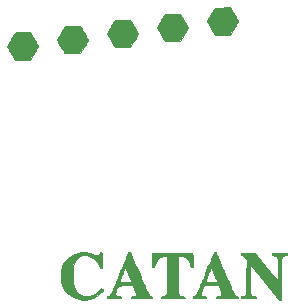
<source format=gbr>
G04 #@! TF.GenerationSoftware,KiCad,Pcbnew,5.1.5+dfsg1-2build2*
G04 #@! TF.CreationDate,2021-06-03T20:46:49-04:00*
G04 #@! TF.ProjectId,case_emblem,63617365-5f65-46d6-926c-656d2e6b6963,rev?*
G04 #@! TF.SameCoordinates,Original*
G04 #@! TF.FileFunction,Soldermask,Top*
G04 #@! TF.FilePolarity,Negative*
%FSLAX46Y46*%
G04 Gerber Fmt 4.6, Leading zero omitted, Abs format (unit mm)*
G04 Created by KiCad (PCBNEW 5.1.5+dfsg1-2build2) date 2021-06-03 20:46:49*
%MOMM*%
%LPD*%
G04 APERTURE LIST*
%ADD10C,0.010000*%
G04 APERTURE END LIST*
D10*
G36*
X-3915811Y-17311391D02*
G01*
X-3746236Y-17341878D01*
X-3557939Y-17391481D01*
X-3342288Y-17461755D01*
X-3341277Y-17462108D01*
X-3230835Y-17499471D01*
X-3130621Y-17531081D01*
X-3049204Y-17554405D01*
X-2995150Y-17566908D01*
X-2982063Y-17568329D01*
X-2907984Y-17548052D01*
X-2840101Y-17490747D01*
X-2784649Y-17401717D01*
X-2783642Y-17399501D01*
X-2756738Y-17345865D01*
X-2730373Y-17321582D01*
X-2689202Y-17316767D01*
X-2658026Y-17318588D01*
X-2571750Y-17324917D01*
X-2566157Y-17986375D01*
X-2560563Y-18647834D01*
X-2643693Y-18647834D01*
X-2684474Y-18646319D01*
X-2714090Y-18636888D01*
X-2740263Y-18612208D01*
X-2770712Y-18564946D01*
X-2813159Y-18487771D01*
X-2814122Y-18485987D01*
X-2963574Y-18237068D01*
X-3124252Y-18022426D01*
X-3294479Y-17843329D01*
X-3472581Y-17701045D01*
X-3656881Y-17596843D01*
X-3845705Y-17531992D01*
X-4037376Y-17507760D01*
X-4104482Y-17509090D01*
X-4291447Y-17539245D01*
X-4458821Y-17606864D01*
X-4606522Y-17711840D01*
X-4734468Y-17854066D01*
X-4842580Y-18033436D01*
X-4930775Y-18249845D01*
X-4998973Y-18503185D01*
X-5039096Y-18732500D01*
X-5051409Y-18854912D01*
X-5059377Y-19006951D01*
X-5063092Y-19177545D01*
X-5062642Y-19355622D01*
X-5058117Y-19530109D01*
X-5049608Y-19689934D01*
X-5037203Y-19824023D01*
X-5029827Y-19876385D01*
X-4972719Y-20145721D01*
X-4895592Y-20378040D01*
X-4797915Y-20573905D01*
X-4679159Y-20733880D01*
X-4538794Y-20858527D01*
X-4376290Y-20948410D01*
X-4191116Y-21004091D01*
X-3982744Y-21026134D01*
X-3947583Y-21026577D01*
X-3753820Y-21014501D01*
X-3570341Y-20976288D01*
X-3391857Y-20909446D01*
X-3213080Y-20811484D01*
X-3028722Y-20679910D01*
X-2833494Y-20512234D01*
X-2810504Y-20490895D01*
X-2647092Y-20338161D01*
X-2561796Y-20406706D01*
X-2513343Y-20448826D01*
X-2482440Y-20481805D01*
X-2476500Y-20493108D01*
X-2491290Y-20519412D01*
X-2531425Y-20567476D01*
X-2590556Y-20630996D01*
X-2662331Y-20703671D01*
X-2740400Y-20779199D01*
X-2818412Y-20851278D01*
X-2890017Y-20913605D01*
X-2941300Y-20954358D01*
X-3140694Y-21082019D01*
X-3358276Y-21185667D01*
X-3579315Y-21258603D01*
X-3642369Y-21273139D01*
X-3788122Y-21295320D01*
X-3957976Y-21308577D01*
X-4137503Y-21312770D01*
X-4312274Y-21307755D01*
X-4467862Y-21293390D01*
X-4537438Y-21281972D01*
X-4816253Y-21206063D01*
X-5073834Y-21094580D01*
X-5307855Y-20949806D01*
X-5515991Y-20774026D01*
X-5695917Y-20569527D01*
X-5845307Y-20338591D01*
X-5961835Y-20083505D01*
X-6043177Y-19806553D01*
X-6044296Y-19801417D01*
X-6064882Y-19669352D01*
X-6077421Y-19509317D01*
X-6081910Y-19334906D01*
X-6078346Y-19159711D01*
X-6066728Y-18997325D01*
X-6047052Y-18861340D01*
X-6044469Y-18848917D01*
X-5963723Y-18570826D01*
X-5845678Y-18312699D01*
X-5690123Y-18074148D01*
X-5514603Y-17872549D01*
X-5307682Y-17687441D01*
X-5088806Y-17540341D01*
X-4853806Y-17429393D01*
X-4598517Y-17352737D01*
X-4318770Y-17308518D01*
X-4233333Y-17301554D01*
X-4075299Y-17298468D01*
X-3915811Y-17311391D01*
G37*
X-3915811Y-17311391D02*
X-3746236Y-17341878D01*
X-3557939Y-17391481D01*
X-3342288Y-17461755D01*
X-3341277Y-17462108D01*
X-3230835Y-17499471D01*
X-3130621Y-17531081D01*
X-3049204Y-17554405D01*
X-2995150Y-17566908D01*
X-2982063Y-17568329D01*
X-2907984Y-17548052D01*
X-2840101Y-17490747D01*
X-2784649Y-17401717D01*
X-2783642Y-17399501D01*
X-2756738Y-17345865D01*
X-2730373Y-17321582D01*
X-2689202Y-17316767D01*
X-2658026Y-17318588D01*
X-2571750Y-17324917D01*
X-2566157Y-17986375D01*
X-2560563Y-18647834D01*
X-2643693Y-18647834D01*
X-2684474Y-18646319D01*
X-2714090Y-18636888D01*
X-2740263Y-18612208D01*
X-2770712Y-18564946D01*
X-2813159Y-18487771D01*
X-2814122Y-18485987D01*
X-2963574Y-18237068D01*
X-3124252Y-18022426D01*
X-3294479Y-17843329D01*
X-3472581Y-17701045D01*
X-3656881Y-17596843D01*
X-3845705Y-17531992D01*
X-4037376Y-17507760D01*
X-4104482Y-17509090D01*
X-4291447Y-17539245D01*
X-4458821Y-17606864D01*
X-4606522Y-17711840D01*
X-4734468Y-17854066D01*
X-4842580Y-18033436D01*
X-4930775Y-18249845D01*
X-4998973Y-18503185D01*
X-5039096Y-18732500D01*
X-5051409Y-18854912D01*
X-5059377Y-19006951D01*
X-5063092Y-19177545D01*
X-5062642Y-19355622D01*
X-5058117Y-19530109D01*
X-5049608Y-19689934D01*
X-5037203Y-19824023D01*
X-5029827Y-19876385D01*
X-4972719Y-20145721D01*
X-4895592Y-20378040D01*
X-4797915Y-20573905D01*
X-4679159Y-20733880D01*
X-4538794Y-20858527D01*
X-4376290Y-20948410D01*
X-4191116Y-21004091D01*
X-3982744Y-21026134D01*
X-3947583Y-21026577D01*
X-3753820Y-21014501D01*
X-3570341Y-20976288D01*
X-3391857Y-20909446D01*
X-3213080Y-20811484D01*
X-3028722Y-20679910D01*
X-2833494Y-20512234D01*
X-2810504Y-20490895D01*
X-2647092Y-20338161D01*
X-2561796Y-20406706D01*
X-2513343Y-20448826D01*
X-2482440Y-20481805D01*
X-2476500Y-20493108D01*
X-2491290Y-20519412D01*
X-2531425Y-20567476D01*
X-2590556Y-20630996D01*
X-2662331Y-20703671D01*
X-2740400Y-20779199D01*
X-2818412Y-20851278D01*
X-2890017Y-20913605D01*
X-2941300Y-20954358D01*
X-3140694Y-21082019D01*
X-3358276Y-21185667D01*
X-3579315Y-21258603D01*
X-3642369Y-21273139D01*
X-3788122Y-21295320D01*
X-3957976Y-21308577D01*
X-4137503Y-21312770D01*
X-4312274Y-21307755D01*
X-4467862Y-21293390D01*
X-4537438Y-21281972D01*
X-4816253Y-21206063D01*
X-5073834Y-21094580D01*
X-5307855Y-20949806D01*
X-5515991Y-20774026D01*
X-5695917Y-20569527D01*
X-5845307Y-20338591D01*
X-5961835Y-20083505D01*
X-6043177Y-19806553D01*
X-6044296Y-19801417D01*
X-6064882Y-19669352D01*
X-6077421Y-19509317D01*
X-6081910Y-19334906D01*
X-6078346Y-19159711D01*
X-6066728Y-18997325D01*
X-6047052Y-18861340D01*
X-6044469Y-18848917D01*
X-5963723Y-18570826D01*
X-5845678Y-18312699D01*
X-5690123Y-18074148D01*
X-5514603Y-17872549D01*
X-5307682Y-17687441D01*
X-5088806Y-17540341D01*
X-4853806Y-17429393D01*
X-4598517Y-17352737D01*
X-4318770Y-17308518D01*
X-4233333Y-17301554D01*
X-4075299Y-17298468D01*
X-3915811Y-17311391D01*
G36*
X11339042Y-18569483D02*
G01*
X12308417Y-19761133D01*
X12313933Y-18842452D01*
X12314881Y-18593288D01*
X12314569Y-18376271D01*
X12313027Y-18193207D01*
X12310283Y-18045898D01*
X12306367Y-17936150D01*
X12301309Y-17865766D01*
X12297501Y-17842265D01*
X12249850Y-17734469D01*
X12170836Y-17651912D01*
X12058753Y-17593338D01*
X11911898Y-17557491D01*
X11910749Y-17557318D01*
X11850676Y-17546692D01*
X11821412Y-17531358D01*
X11811875Y-17500514D01*
X11811000Y-17460097D01*
X11811000Y-17377834D01*
X13038667Y-17377834D01*
X13038667Y-17541382D01*
X12909971Y-17568693D01*
X12778712Y-17608900D01*
X12685495Y-17666051D01*
X12629272Y-17740841D01*
X12621820Y-17759566D01*
X12616915Y-17785677D01*
X12612594Y-17835071D01*
X12608829Y-17909693D01*
X12605592Y-18011489D01*
X12602854Y-18142403D01*
X12600586Y-18304379D01*
X12598761Y-18499362D01*
X12597350Y-18729298D01*
X12596325Y-18996129D01*
X12595657Y-19301802D01*
X12595362Y-19573875D01*
X12594167Y-21314834D01*
X12504209Y-21314430D01*
X12414250Y-21314027D01*
X9916584Y-18272137D01*
X9910694Y-19407194D01*
X9909593Y-19710936D01*
X9909666Y-19973023D01*
X9910922Y-20194115D01*
X9913370Y-20374873D01*
X9917020Y-20515960D01*
X9921881Y-20618037D01*
X9927963Y-20681765D01*
X9928619Y-20685937D01*
X9954561Y-20794603D01*
X9995597Y-20877453D01*
X10057870Y-20939825D01*
X10147523Y-20987056D01*
X10270702Y-21024486D01*
X10334625Y-21038715D01*
X10402606Y-21053950D01*
X10438946Y-21069002D01*
X10453551Y-21091820D01*
X10456325Y-21130357D01*
X10456334Y-21136418D01*
X10456334Y-21209000D01*
X9144000Y-21209000D01*
X9144000Y-21135320D01*
X9149031Y-21083684D01*
X9170872Y-21058914D01*
X9202209Y-21049432D01*
X9335067Y-21019811D01*
X9432849Y-20992773D01*
X9502400Y-20964990D01*
X9550561Y-20933135D01*
X9584177Y-20893879D01*
X9606043Y-20853053D01*
X9613118Y-20834217D01*
X9619233Y-20809059D01*
X9624477Y-20774461D01*
X9628935Y-20727303D01*
X9632694Y-20664468D01*
X9635841Y-20582836D01*
X9638462Y-20479288D01*
X9640644Y-20350707D01*
X9642474Y-20193972D01*
X9644039Y-20005966D01*
X9645425Y-19783570D01*
X9646719Y-19523666D01*
X9647418Y-19364525D01*
X9653420Y-17953967D01*
X9524226Y-17805334D01*
X9428219Y-17702368D01*
X9340265Y-17622502D01*
X9265214Y-17569611D01*
X9207919Y-17547572D01*
X9201071Y-17547167D01*
X9176971Y-17536966D01*
X9166538Y-17500050D01*
X9165167Y-17462500D01*
X9165167Y-17377834D01*
X10369668Y-17377834D01*
X11339042Y-18569483D01*
G37*
X11339042Y-18569483D02*
X12308417Y-19761133D01*
X12313933Y-18842452D01*
X12314881Y-18593288D01*
X12314569Y-18376271D01*
X12313027Y-18193207D01*
X12310283Y-18045898D01*
X12306367Y-17936150D01*
X12301309Y-17865766D01*
X12297501Y-17842265D01*
X12249850Y-17734469D01*
X12170836Y-17651912D01*
X12058753Y-17593338D01*
X11911898Y-17557491D01*
X11910749Y-17557318D01*
X11850676Y-17546692D01*
X11821412Y-17531358D01*
X11811875Y-17500514D01*
X11811000Y-17460097D01*
X11811000Y-17377834D01*
X13038667Y-17377834D01*
X13038667Y-17541382D01*
X12909971Y-17568693D01*
X12778712Y-17608900D01*
X12685495Y-17666051D01*
X12629272Y-17740841D01*
X12621820Y-17759566D01*
X12616915Y-17785677D01*
X12612594Y-17835071D01*
X12608829Y-17909693D01*
X12605592Y-18011489D01*
X12602854Y-18142403D01*
X12600586Y-18304379D01*
X12598761Y-18499362D01*
X12597350Y-18729298D01*
X12596325Y-18996129D01*
X12595657Y-19301802D01*
X12595362Y-19573875D01*
X12594167Y-21314834D01*
X12504209Y-21314430D01*
X12414250Y-21314027D01*
X9916584Y-18272137D01*
X9910694Y-19407194D01*
X9909593Y-19710936D01*
X9909666Y-19973023D01*
X9910922Y-20194115D01*
X9913370Y-20374873D01*
X9917020Y-20515960D01*
X9921881Y-20618037D01*
X9927963Y-20681765D01*
X9928619Y-20685937D01*
X9954561Y-20794603D01*
X9995597Y-20877453D01*
X10057870Y-20939825D01*
X10147523Y-20987056D01*
X10270702Y-21024486D01*
X10334625Y-21038715D01*
X10402606Y-21053950D01*
X10438946Y-21069002D01*
X10453551Y-21091820D01*
X10456325Y-21130357D01*
X10456334Y-21136418D01*
X10456334Y-21209000D01*
X9144000Y-21209000D01*
X9144000Y-21135320D01*
X9149031Y-21083684D01*
X9170872Y-21058914D01*
X9202209Y-21049432D01*
X9335067Y-21019811D01*
X9432849Y-20992773D01*
X9502400Y-20964990D01*
X9550561Y-20933135D01*
X9584177Y-20893879D01*
X9606043Y-20853053D01*
X9613118Y-20834217D01*
X9619233Y-20809059D01*
X9624477Y-20774461D01*
X9628935Y-20727303D01*
X9632694Y-20664468D01*
X9635841Y-20582836D01*
X9638462Y-20479288D01*
X9640644Y-20350707D01*
X9642474Y-20193972D01*
X9644039Y-20005966D01*
X9645425Y-19783570D01*
X9646719Y-19523666D01*
X9647418Y-19364525D01*
X9653420Y-17953967D01*
X9524226Y-17805334D01*
X9428219Y-17702368D01*
X9340265Y-17622502D01*
X9265214Y-17569611D01*
X9207919Y-17547572D01*
X9201071Y-17547167D01*
X9176971Y-17536966D01*
X9166538Y-17500050D01*
X9165167Y-17462500D01*
X9165167Y-17377834D01*
X10369668Y-17377834D01*
X11339042Y-18569483D01*
G36*
X-233062Y-17298480D02*
G01*
X-196743Y-17319625D01*
X-185474Y-17342927D01*
X-159084Y-17402187D01*
X-118882Y-17494347D01*
X-66178Y-17616351D01*
X-2280Y-17765141D01*
X71500Y-17937661D01*
X153855Y-18130853D01*
X243474Y-18341660D01*
X339048Y-18567026D01*
X439268Y-18803893D01*
X453821Y-18838334D01*
X595718Y-19174020D01*
X722332Y-19472886D01*
X834784Y-19737135D01*
X934195Y-19968972D01*
X1021686Y-20170601D01*
X1098377Y-20344228D01*
X1165388Y-20492057D01*
X1223841Y-20616293D01*
X1274856Y-20719141D01*
X1319555Y-20802805D01*
X1359057Y-20869489D01*
X1394483Y-20921400D01*
X1426955Y-20960741D01*
X1457592Y-20989717D01*
X1487516Y-21010533D01*
X1517847Y-21025393D01*
X1549707Y-21036503D01*
X1574805Y-21043573D01*
X1633903Y-21061855D01*
X1662511Y-21082150D01*
X1671560Y-21115207D01*
X1672167Y-21139307D01*
X1672167Y-21209000D01*
X-169333Y-21209000D01*
X-169333Y-21135320D01*
X-167621Y-21097301D01*
X-157362Y-21072048D01*
X-130876Y-21055766D01*
X-80480Y-21044657D01*
X1508Y-21034924D01*
X42033Y-21030847D01*
X141908Y-21013088D01*
X212171Y-20980143D01*
X254104Y-20928212D01*
X268988Y-20853492D01*
X258103Y-20752182D01*
X222732Y-20620478D01*
X201612Y-20557280D01*
X164185Y-20452821D01*
X125262Y-20349240D01*
X90629Y-20261723D01*
X74658Y-20224018D01*
X23216Y-20107700D01*
X-606532Y-20113309D01*
X-1236280Y-20118917D01*
X-1317088Y-20330584D01*
X-1357016Y-20438041D01*
X-1396700Y-20549685D01*
X-1430033Y-20648142D01*
X-1442566Y-20687506D01*
X-1465277Y-20765133D01*
X-1475158Y-20816052D01*
X-1472892Y-20853672D01*
X-1459160Y-20891404D01*
X-1453556Y-20903391D01*
X-1423820Y-20949920D01*
X-1380099Y-20981134D01*
X-1309346Y-21006843D01*
X-1238436Y-21025615D01*
X-1178287Y-21037633D01*
X-1155033Y-21039956D01*
X-1077630Y-21047383D01*
X-1033903Y-21071630D01*
X-1016919Y-21117553D01*
X-1016000Y-21137386D01*
X-1016000Y-21209000D01*
X-2182722Y-21209000D01*
X-2176153Y-21130301D01*
X-2167407Y-21077333D01*
X-2144018Y-21050184D01*
X-2092479Y-21033485D01*
X-2090689Y-21033063D01*
X-1991508Y-20988625D01*
X-1896879Y-20902840D01*
X-1806515Y-20775399D01*
X-1749524Y-20669250D01*
X-1726834Y-20619374D01*
X-1689771Y-20533679D01*
X-1639766Y-20415622D01*
X-1578248Y-20268657D01*
X-1506646Y-20096240D01*
X-1426390Y-19901827D01*
X-1396392Y-19828802D01*
X-1117302Y-19828802D01*
X-1109122Y-19837654D01*
X-1087277Y-19844194D01*
X-1046989Y-19848767D01*
X-983483Y-19851722D01*
X-891979Y-19853404D01*
X-767701Y-19854159D01*
X-605872Y-19854333D01*
X-605719Y-19854334D01*
X-462239Y-19853744D01*
X-333878Y-19852088D01*
X-226348Y-19849531D01*
X-145358Y-19846239D01*
X-96622Y-19842379D01*
X-84666Y-19839148D01*
X-92427Y-19816177D01*
X-114170Y-19760460D01*
X-147586Y-19677515D01*
X-190366Y-19572863D01*
X-240202Y-19452023D01*
X-294784Y-19320514D01*
X-351804Y-19183857D01*
X-408952Y-19047570D01*
X-463919Y-18917174D01*
X-514398Y-18798188D01*
X-558078Y-18696132D01*
X-592651Y-18616526D01*
X-615809Y-18564889D01*
X-625241Y-18546740D01*
X-625283Y-18546765D01*
X-634288Y-18567508D01*
X-656200Y-18622034D01*
X-688795Y-18704592D01*
X-729849Y-18809429D01*
X-777137Y-18930792D01*
X-828434Y-19062930D01*
X-881517Y-19200089D01*
X-934160Y-19336517D01*
X-984139Y-19466462D01*
X-1029230Y-19584171D01*
X-1067209Y-19683892D01*
X-1095850Y-19759872D01*
X-1112929Y-19806359D01*
X-1116594Y-19817292D01*
X-1117302Y-19828802D01*
X-1396392Y-19828802D01*
X-1338909Y-19688871D01*
X-1245634Y-19460830D01*
X-1147994Y-19221158D01*
X-1047418Y-18973311D01*
X-1027050Y-18923000D01*
X-928100Y-18678623D01*
X-833444Y-18445121D01*
X-744322Y-18225539D01*
X-661976Y-18022923D01*
X-587647Y-17840318D01*
X-522576Y-17680770D01*
X-468004Y-17547324D01*
X-425173Y-17443025D01*
X-395323Y-17370919D01*
X-379696Y-17334052D01*
X-377910Y-17330209D01*
X-343641Y-17304184D01*
X-288868Y-17293228D01*
X-233062Y-17298480D01*
G37*
X-233062Y-17298480D02*
X-196743Y-17319625D01*
X-185474Y-17342927D01*
X-159084Y-17402187D01*
X-118882Y-17494347D01*
X-66178Y-17616351D01*
X-2280Y-17765141D01*
X71500Y-17937661D01*
X153855Y-18130853D01*
X243474Y-18341660D01*
X339048Y-18567026D01*
X439268Y-18803893D01*
X453821Y-18838334D01*
X595718Y-19174020D01*
X722332Y-19472886D01*
X834784Y-19737135D01*
X934195Y-19968972D01*
X1021686Y-20170601D01*
X1098377Y-20344228D01*
X1165388Y-20492057D01*
X1223841Y-20616293D01*
X1274856Y-20719141D01*
X1319555Y-20802805D01*
X1359057Y-20869489D01*
X1394483Y-20921400D01*
X1426955Y-20960741D01*
X1457592Y-20989717D01*
X1487516Y-21010533D01*
X1517847Y-21025393D01*
X1549707Y-21036503D01*
X1574805Y-21043573D01*
X1633903Y-21061855D01*
X1662511Y-21082150D01*
X1671560Y-21115207D01*
X1672167Y-21139307D01*
X1672167Y-21209000D01*
X-169333Y-21209000D01*
X-169333Y-21135320D01*
X-167621Y-21097301D01*
X-157362Y-21072048D01*
X-130876Y-21055766D01*
X-80480Y-21044657D01*
X1508Y-21034924D01*
X42033Y-21030847D01*
X141908Y-21013088D01*
X212171Y-20980143D01*
X254104Y-20928212D01*
X268988Y-20853492D01*
X258103Y-20752182D01*
X222732Y-20620478D01*
X201612Y-20557280D01*
X164185Y-20452821D01*
X125262Y-20349240D01*
X90629Y-20261723D01*
X74658Y-20224018D01*
X23216Y-20107700D01*
X-606532Y-20113309D01*
X-1236280Y-20118917D01*
X-1317088Y-20330584D01*
X-1357016Y-20438041D01*
X-1396700Y-20549685D01*
X-1430033Y-20648142D01*
X-1442566Y-20687506D01*
X-1465277Y-20765133D01*
X-1475158Y-20816052D01*
X-1472892Y-20853672D01*
X-1459160Y-20891404D01*
X-1453556Y-20903391D01*
X-1423820Y-20949920D01*
X-1380099Y-20981134D01*
X-1309346Y-21006843D01*
X-1238436Y-21025615D01*
X-1178287Y-21037633D01*
X-1155033Y-21039956D01*
X-1077630Y-21047383D01*
X-1033903Y-21071630D01*
X-1016919Y-21117553D01*
X-1016000Y-21137386D01*
X-1016000Y-21209000D01*
X-2182722Y-21209000D01*
X-2176153Y-21130301D01*
X-2167407Y-21077333D01*
X-2144018Y-21050184D01*
X-2092479Y-21033485D01*
X-2090689Y-21033063D01*
X-1991508Y-20988625D01*
X-1896879Y-20902840D01*
X-1806515Y-20775399D01*
X-1749524Y-20669250D01*
X-1726834Y-20619374D01*
X-1689771Y-20533679D01*
X-1639766Y-20415622D01*
X-1578248Y-20268657D01*
X-1506646Y-20096240D01*
X-1426390Y-19901827D01*
X-1396392Y-19828802D01*
X-1117302Y-19828802D01*
X-1109122Y-19837654D01*
X-1087277Y-19844194D01*
X-1046989Y-19848767D01*
X-983483Y-19851722D01*
X-891979Y-19853404D01*
X-767701Y-19854159D01*
X-605872Y-19854333D01*
X-605719Y-19854334D01*
X-462239Y-19853744D01*
X-333878Y-19852088D01*
X-226348Y-19849531D01*
X-145358Y-19846239D01*
X-96622Y-19842379D01*
X-84666Y-19839148D01*
X-92427Y-19816177D01*
X-114170Y-19760460D01*
X-147586Y-19677515D01*
X-190366Y-19572863D01*
X-240202Y-19452023D01*
X-294784Y-19320514D01*
X-351804Y-19183857D01*
X-408952Y-19047570D01*
X-463919Y-18917174D01*
X-514398Y-18798188D01*
X-558078Y-18696132D01*
X-592651Y-18616526D01*
X-615809Y-18564889D01*
X-625241Y-18546740D01*
X-625283Y-18546765D01*
X-634288Y-18567508D01*
X-656200Y-18622034D01*
X-688795Y-18704592D01*
X-729849Y-18809429D01*
X-777137Y-18930792D01*
X-828434Y-19062930D01*
X-881517Y-19200089D01*
X-934160Y-19336517D01*
X-984139Y-19466462D01*
X-1029230Y-19584171D01*
X-1067209Y-19683892D01*
X-1095850Y-19759872D01*
X-1112929Y-19806359D01*
X-1116594Y-19817292D01*
X-1117302Y-19828802D01*
X-1396392Y-19828802D01*
X-1338909Y-19688871D01*
X-1245634Y-19460830D01*
X-1147994Y-19221158D01*
X-1047418Y-18973311D01*
X-1027050Y-18923000D01*
X-928100Y-18678623D01*
X-833444Y-18445121D01*
X-744322Y-18225539D01*
X-661976Y-18022923D01*
X-587647Y-17840318D01*
X-522576Y-17680770D01*
X-468004Y-17547324D01*
X-425173Y-17443025D01*
X-395323Y-17370919D01*
X-379696Y-17334052D01*
X-377910Y-17330209D01*
X-343641Y-17304184D01*
X-288868Y-17293228D01*
X-233062Y-17298480D01*
G36*
X5087331Y-17635157D02*
G01*
X5092545Y-17756207D01*
X5096861Y-17902250D01*
X5099866Y-18055951D01*
X5101148Y-18199973D01*
X5101167Y-18217240D01*
X5101167Y-18542000D01*
X4920865Y-18542000D01*
X4883988Y-18377959D01*
X4836621Y-18213301D01*
X4773151Y-18061060D01*
X4698933Y-17932996D01*
X4656467Y-17878256D01*
X4545148Y-17780015D01*
X4402030Y-17698692D01*
X4235509Y-17637922D01*
X4053979Y-17601341D01*
X4005155Y-17596224D01*
X3851061Y-17583181D01*
X3856989Y-19200299D01*
X3858154Y-19502132D01*
X3859333Y-19764518D01*
X3860599Y-19990342D01*
X3862023Y-20182490D01*
X3863678Y-20343847D01*
X3865636Y-20477300D01*
X3867970Y-20585734D01*
X3870751Y-20672036D01*
X3874053Y-20739090D01*
X3877946Y-20789782D01*
X3882504Y-20826998D01*
X3887799Y-20853625D01*
X3893902Y-20872547D01*
X3899145Y-20883585D01*
X3956182Y-20946129D01*
X4048488Y-20994707D01*
X4170472Y-21026423D01*
X4176710Y-21027429D01*
X4253830Y-21039528D01*
X4328584Y-21051209D01*
X4378385Y-21063075D01*
X4398792Y-21087038D01*
X4402667Y-21135876D01*
X4402667Y-21209000D01*
X2370667Y-21209000D01*
X2370667Y-21135876D01*
X2374373Y-21087368D01*
X2393791Y-21063855D01*
X2441372Y-21051962D01*
X2450042Y-21050607D01*
X2594045Y-21025492D01*
X2701856Y-20997790D01*
X2779595Y-20963631D01*
X2833382Y-20919141D01*
X2869339Y-20860450D01*
X2893587Y-20783684D01*
X2897156Y-20767764D01*
X2902412Y-20724654D01*
X2906983Y-20646922D01*
X2910882Y-20533580D01*
X2914125Y-20383640D01*
X2916726Y-20196114D01*
X2918698Y-19970013D01*
X2920056Y-19704351D01*
X2920815Y-19398138D01*
X2921000Y-19123042D01*
X2921000Y-17589500D01*
X2831042Y-17589868D01*
X2712878Y-17599934D01*
X2577193Y-17626222D01*
X2443321Y-17664131D01*
X2330946Y-17708889D01*
X2213211Y-17779026D01*
X2114554Y-17867172D01*
X2031968Y-17978207D01*
X1962445Y-18117013D01*
X1902979Y-18288471D01*
X1853560Y-18483792D01*
X1839980Y-18521713D01*
X1812585Y-18538306D01*
X1757313Y-18542000D01*
X1672167Y-18542000D01*
X1672167Y-17377834D01*
X5073495Y-17377834D01*
X5087331Y-17635157D01*
G37*
X5087331Y-17635157D02*
X5092545Y-17756207D01*
X5096861Y-17902250D01*
X5099866Y-18055951D01*
X5101148Y-18199973D01*
X5101167Y-18217240D01*
X5101167Y-18542000D01*
X4920865Y-18542000D01*
X4883988Y-18377959D01*
X4836621Y-18213301D01*
X4773151Y-18061060D01*
X4698933Y-17932996D01*
X4656467Y-17878256D01*
X4545148Y-17780015D01*
X4402030Y-17698692D01*
X4235509Y-17637922D01*
X4053979Y-17601341D01*
X4005155Y-17596224D01*
X3851061Y-17583181D01*
X3856989Y-19200299D01*
X3858154Y-19502132D01*
X3859333Y-19764518D01*
X3860599Y-19990342D01*
X3862023Y-20182490D01*
X3863678Y-20343847D01*
X3865636Y-20477300D01*
X3867970Y-20585734D01*
X3870751Y-20672036D01*
X3874053Y-20739090D01*
X3877946Y-20789782D01*
X3882504Y-20826998D01*
X3887799Y-20853625D01*
X3893902Y-20872547D01*
X3899145Y-20883585D01*
X3956182Y-20946129D01*
X4048488Y-20994707D01*
X4170472Y-21026423D01*
X4176710Y-21027429D01*
X4253830Y-21039528D01*
X4328584Y-21051209D01*
X4378385Y-21063075D01*
X4398792Y-21087038D01*
X4402667Y-21135876D01*
X4402667Y-21209000D01*
X2370667Y-21209000D01*
X2370667Y-21135876D01*
X2374373Y-21087368D01*
X2393791Y-21063855D01*
X2441372Y-21051962D01*
X2450042Y-21050607D01*
X2594045Y-21025492D01*
X2701856Y-20997790D01*
X2779595Y-20963631D01*
X2833382Y-20919141D01*
X2869339Y-20860450D01*
X2893587Y-20783684D01*
X2897156Y-20767764D01*
X2902412Y-20724654D01*
X2906983Y-20646922D01*
X2910882Y-20533580D01*
X2914125Y-20383640D01*
X2916726Y-20196114D01*
X2918698Y-19970013D01*
X2920056Y-19704351D01*
X2920815Y-19398138D01*
X2921000Y-19123042D01*
X2921000Y-17589500D01*
X2831042Y-17589868D01*
X2712878Y-17599934D01*
X2577193Y-17626222D01*
X2443321Y-17664131D01*
X2330946Y-17708889D01*
X2213211Y-17779026D01*
X2114554Y-17867172D01*
X2031968Y-17978207D01*
X1962445Y-18117013D01*
X1902979Y-18288471D01*
X1853560Y-18483792D01*
X1839980Y-18521713D01*
X1812585Y-18538306D01*
X1757313Y-18542000D01*
X1672167Y-18542000D01*
X1672167Y-17377834D01*
X5073495Y-17377834D01*
X5087331Y-17635157D01*
G36*
X7030984Y-17302339D02*
G01*
X7069435Y-17335066D01*
X7081049Y-17360745D01*
X7107867Y-17422378D01*
X7148596Y-17516932D01*
X7201941Y-17641376D01*
X7266608Y-17792678D01*
X7341302Y-17967805D01*
X7424731Y-18163726D01*
X7515599Y-18377408D01*
X7612613Y-18605818D01*
X7714479Y-18845926D01*
X7749213Y-18927858D01*
X7854503Y-19175896D01*
X7957011Y-19416664D01*
X8055252Y-19646719D01*
X8147742Y-19862617D01*
X8232998Y-20060914D01*
X8309534Y-20238165D01*
X8375866Y-20390928D01*
X8430510Y-20515759D01*
X8471981Y-20609213D01*
X8498796Y-20667847D01*
X8502495Y-20675556D01*
X8573445Y-20810077D01*
X8639384Y-20909073D01*
X8705352Y-20978144D01*
X8776390Y-21022887D01*
X8833452Y-21043167D01*
X8893116Y-21061508D01*
X8922228Y-21081539D01*
X8931632Y-21113805D01*
X8932334Y-21139307D01*
X8932334Y-21209000D01*
X7090834Y-21209000D01*
X7090834Y-21135320D01*
X7092546Y-21097301D01*
X7102805Y-21072048D01*
X7129291Y-21055766D01*
X7179687Y-21044657D01*
X7261674Y-21034924D01*
X7302200Y-21030847D01*
X7411109Y-21009008D01*
X7483999Y-20967682D01*
X7523303Y-20905088D01*
X7531304Y-20863199D01*
X7526556Y-20806593D01*
X7507513Y-20719829D01*
X7476840Y-20611537D01*
X7437205Y-20490344D01*
X7391274Y-20364881D01*
X7341715Y-20243776D01*
X7335468Y-20229535D01*
X7281867Y-20108334D01*
X6030996Y-20108334D01*
X5987856Y-20208875D01*
X5942774Y-20320465D01*
X5899145Y-20440125D01*
X5859373Y-20559862D01*
X5825864Y-20671684D01*
X5801022Y-20767597D01*
X5787253Y-20839611D01*
X5786481Y-20878083D01*
X5821642Y-20937212D01*
X5889934Y-20986595D01*
X5982357Y-21020666D01*
X6031811Y-21029838D01*
X6127729Y-21042880D01*
X6189288Y-21054301D01*
X6224105Y-21067931D01*
X6239802Y-21087603D01*
X6244000Y-21117146D01*
X6244167Y-21136599D01*
X6244167Y-21209000D01*
X5080000Y-21209000D01*
X5080000Y-21134253D01*
X5088328Y-21075349D01*
X5115343Y-21048703D01*
X5117042Y-21048151D01*
X5230359Y-21002521D01*
X5325759Y-20943185D01*
X5384297Y-20886232D01*
X5405470Y-20856212D01*
X5428872Y-20818044D01*
X5455550Y-20769298D01*
X5486550Y-20707546D01*
X5522920Y-20630358D01*
X5565707Y-20535305D01*
X5615957Y-20419959D01*
X5674717Y-20281891D01*
X5743035Y-20118671D01*
X5821957Y-19927870D01*
X5859919Y-19835321D01*
X6138334Y-19835321D01*
X6158618Y-19840742D01*
X6215949Y-19845515D01*
X6305042Y-19849445D01*
X6420611Y-19852339D01*
X6557373Y-19854003D01*
X6656917Y-19854334D01*
X6800041Y-19853860D01*
X6928032Y-19852531D01*
X7035167Y-19850478D01*
X7115718Y-19847837D01*
X7163963Y-19844741D01*
X7175500Y-19842197D01*
X7167732Y-19819379D01*
X7145966Y-19763777D01*
X7112512Y-19680910D01*
X7069681Y-19576293D01*
X7019780Y-19455444D01*
X6965120Y-19323881D01*
X6908011Y-19187119D01*
X6850761Y-19050676D01*
X6795681Y-18920068D01*
X6745080Y-18800814D01*
X6701267Y-18698429D01*
X6666552Y-18618431D01*
X6643244Y-18566337D01*
X6633654Y-18547664D01*
X6633591Y-18547687D01*
X6623892Y-18569092D01*
X6601407Y-18624339D01*
X6568347Y-18707679D01*
X6526921Y-18813368D01*
X6479340Y-18935656D01*
X6427815Y-19068798D01*
X6374556Y-19207047D01*
X6321774Y-19344655D01*
X6271678Y-19475876D01*
X6226480Y-19594963D01*
X6188389Y-19696168D01*
X6159616Y-19773746D01*
X6142372Y-19821949D01*
X6138334Y-19835321D01*
X5859919Y-19835321D01*
X5912530Y-19707059D01*
X6015801Y-19453810D01*
X6132816Y-19165693D01*
X6241957Y-18896287D01*
X6339815Y-18654695D01*
X6433441Y-18423884D01*
X6521571Y-18206951D01*
X6602939Y-18006995D01*
X6676280Y-17827113D01*
X6740331Y-17670403D01*
X6793825Y-17539964D01*
X6835499Y-17438893D01*
X6864087Y-17370289D01*
X6878324Y-17337249D01*
X6879303Y-17335245D01*
X6917796Y-17302435D01*
X6974395Y-17291460D01*
X7030984Y-17302339D01*
G37*
X7030984Y-17302339D02*
X7069435Y-17335066D01*
X7081049Y-17360745D01*
X7107867Y-17422378D01*
X7148596Y-17516932D01*
X7201941Y-17641376D01*
X7266608Y-17792678D01*
X7341302Y-17967805D01*
X7424731Y-18163726D01*
X7515599Y-18377408D01*
X7612613Y-18605818D01*
X7714479Y-18845926D01*
X7749213Y-18927858D01*
X7854503Y-19175896D01*
X7957011Y-19416664D01*
X8055252Y-19646719D01*
X8147742Y-19862617D01*
X8232998Y-20060914D01*
X8309534Y-20238165D01*
X8375866Y-20390928D01*
X8430510Y-20515759D01*
X8471981Y-20609213D01*
X8498796Y-20667847D01*
X8502495Y-20675556D01*
X8573445Y-20810077D01*
X8639384Y-20909073D01*
X8705352Y-20978144D01*
X8776390Y-21022887D01*
X8833452Y-21043167D01*
X8893116Y-21061508D01*
X8922228Y-21081539D01*
X8931632Y-21113805D01*
X8932334Y-21139307D01*
X8932334Y-21209000D01*
X7090834Y-21209000D01*
X7090834Y-21135320D01*
X7092546Y-21097301D01*
X7102805Y-21072048D01*
X7129291Y-21055766D01*
X7179687Y-21044657D01*
X7261674Y-21034924D01*
X7302200Y-21030847D01*
X7411109Y-21009008D01*
X7483999Y-20967682D01*
X7523303Y-20905088D01*
X7531304Y-20863199D01*
X7526556Y-20806593D01*
X7507513Y-20719829D01*
X7476840Y-20611537D01*
X7437205Y-20490344D01*
X7391274Y-20364881D01*
X7341715Y-20243776D01*
X7335468Y-20229535D01*
X7281867Y-20108334D01*
X6030996Y-20108334D01*
X5987856Y-20208875D01*
X5942774Y-20320465D01*
X5899145Y-20440125D01*
X5859373Y-20559862D01*
X5825864Y-20671684D01*
X5801022Y-20767597D01*
X5787253Y-20839611D01*
X5786481Y-20878083D01*
X5821642Y-20937212D01*
X5889934Y-20986595D01*
X5982357Y-21020666D01*
X6031811Y-21029838D01*
X6127729Y-21042880D01*
X6189288Y-21054301D01*
X6224105Y-21067931D01*
X6239802Y-21087603D01*
X6244000Y-21117146D01*
X6244167Y-21136599D01*
X6244167Y-21209000D01*
X5080000Y-21209000D01*
X5080000Y-21134253D01*
X5088328Y-21075349D01*
X5115343Y-21048703D01*
X5117042Y-21048151D01*
X5230359Y-21002521D01*
X5325759Y-20943185D01*
X5384297Y-20886232D01*
X5405470Y-20856212D01*
X5428872Y-20818044D01*
X5455550Y-20769298D01*
X5486550Y-20707546D01*
X5522920Y-20630358D01*
X5565707Y-20535305D01*
X5615957Y-20419959D01*
X5674717Y-20281891D01*
X5743035Y-20118671D01*
X5821957Y-19927870D01*
X5859919Y-19835321D01*
X6138334Y-19835321D01*
X6158618Y-19840742D01*
X6215949Y-19845515D01*
X6305042Y-19849445D01*
X6420611Y-19852339D01*
X6557373Y-19854003D01*
X6656917Y-19854334D01*
X6800041Y-19853860D01*
X6928032Y-19852531D01*
X7035167Y-19850478D01*
X7115718Y-19847837D01*
X7163963Y-19844741D01*
X7175500Y-19842197D01*
X7167732Y-19819379D01*
X7145966Y-19763777D01*
X7112512Y-19680910D01*
X7069681Y-19576293D01*
X7019780Y-19455444D01*
X6965120Y-19323881D01*
X6908011Y-19187119D01*
X6850761Y-19050676D01*
X6795681Y-18920068D01*
X6745080Y-18800814D01*
X6701267Y-18698429D01*
X6666552Y-18618431D01*
X6643244Y-18566337D01*
X6633654Y-18547664D01*
X6633591Y-18547687D01*
X6623892Y-18569092D01*
X6601407Y-18624339D01*
X6568347Y-18707679D01*
X6526921Y-18813368D01*
X6479340Y-18935656D01*
X6427815Y-19068798D01*
X6374556Y-19207047D01*
X6321774Y-19344655D01*
X6271678Y-19475876D01*
X6226480Y-19594963D01*
X6188389Y-19696168D01*
X6159616Y-19773746D01*
X6142372Y-19821949D01*
X6138334Y-19835321D01*
X5859919Y-19835321D01*
X5912530Y-19707059D01*
X6015801Y-19453810D01*
X6132816Y-19165693D01*
X6241957Y-18896287D01*
X6339815Y-18654695D01*
X6433441Y-18423884D01*
X6521571Y-18206951D01*
X6602939Y-18006995D01*
X6676280Y-17827113D01*
X6740331Y-17670403D01*
X6793825Y-17539964D01*
X6835499Y-17438893D01*
X6864087Y-17370289D01*
X6878324Y-17337249D01*
X6879303Y-17335245D01*
X6917796Y-17302435D01*
X6974395Y-17291460D01*
X7030984Y-17302339D01*
G36*
X-9035860Y1311682D02*
G01*
X-8894958Y1310033D01*
X-8788979Y1307034D01*
X-8714222Y1302516D01*
X-8666989Y1296309D01*
X-8643579Y1288244D01*
X-8640981Y1285875D01*
X-8622229Y1257521D01*
X-8586685Y1199172D01*
X-8537520Y1116356D01*
X-8477906Y1014602D01*
X-8411013Y899440D01*
X-8340014Y776397D01*
X-8268079Y651002D01*
X-8198381Y528786D01*
X-8134090Y415275D01*
X-8078378Y315999D01*
X-8034416Y236488D01*
X-8005375Y182269D01*
X-7994428Y158871D01*
X-7994411Y158681D01*
X-8004493Y135703D01*
X-8033269Y80746D01*
X-8078174Y-1560D01*
X-8136642Y-106587D01*
X-8206108Y-229704D01*
X-8284008Y-366282D01*
X-8319861Y-428694D01*
X-8645777Y-994834D01*
X-9966047Y-994834D01*
X-10007574Y-926042D01*
X-10067075Y-826253D01*
X-10134687Y-710827D01*
X-10207462Y-585005D01*
X-10282455Y-454027D01*
X-10356719Y-323133D01*
X-10427308Y-197564D01*
X-10491275Y-82560D01*
X-10545674Y16638D01*
X-10587559Y94791D01*
X-10613983Y146657D01*
X-10622057Y166892D01*
X-10610112Y189190D01*
X-10579678Y243480D01*
X-10533420Y325082D01*
X-10474002Y429316D01*
X-10404085Y551503D01*
X-10326335Y686964D01*
X-10298284Y735742D01*
X-9981485Y1286357D01*
X-9874951Y1299161D01*
X-9824709Y1302668D01*
X-9739195Y1305822D01*
X-9625468Y1308486D01*
X-9490590Y1310519D01*
X-9341620Y1311784D01*
X-9215383Y1312149D01*
X-9035860Y1311682D01*
G37*
X-9035860Y1311682D02*
X-8894958Y1310033D01*
X-8788979Y1307034D01*
X-8714222Y1302516D01*
X-8666989Y1296309D01*
X-8643579Y1288244D01*
X-8640981Y1285875D01*
X-8622229Y1257521D01*
X-8586685Y1199172D01*
X-8537520Y1116356D01*
X-8477906Y1014602D01*
X-8411013Y899440D01*
X-8340014Y776397D01*
X-8268079Y651002D01*
X-8198381Y528786D01*
X-8134090Y415275D01*
X-8078378Y315999D01*
X-8034416Y236488D01*
X-8005375Y182269D01*
X-7994428Y158871D01*
X-7994411Y158681D01*
X-8004493Y135703D01*
X-8033269Y80746D01*
X-8078174Y-1560D01*
X-8136642Y-106587D01*
X-8206108Y-229704D01*
X-8284008Y-366282D01*
X-8319861Y-428694D01*
X-8645777Y-994834D01*
X-9966047Y-994834D01*
X-10007574Y-926042D01*
X-10067075Y-826253D01*
X-10134687Y-710827D01*
X-10207462Y-585005D01*
X-10282455Y-454027D01*
X-10356719Y-323133D01*
X-10427308Y-197564D01*
X-10491275Y-82560D01*
X-10545674Y16638D01*
X-10587559Y94791D01*
X-10613983Y146657D01*
X-10622057Y166892D01*
X-10610112Y189190D01*
X-10579678Y243480D01*
X-10533420Y325082D01*
X-10474002Y429316D01*
X-10404085Y551503D01*
X-10326335Y686964D01*
X-10298284Y735742D01*
X-9981485Y1286357D01*
X-9874951Y1299161D01*
X-9824709Y1302668D01*
X-9739195Y1305822D01*
X-9625468Y1308486D01*
X-9490590Y1310519D01*
X-9341620Y1311784D01*
X-9215383Y1312149D01*
X-9035860Y1311682D01*
G36*
X-4705536Y1840294D02*
G01*
X-4586785Y1836566D01*
X-4493654Y1830920D01*
X-4431871Y1823423D01*
X-4407716Y1815041D01*
X-4388992Y1786687D01*
X-4353472Y1728334D01*
X-4304326Y1645514D01*
X-4244727Y1543754D01*
X-4177846Y1428586D01*
X-4106855Y1305537D01*
X-4034924Y1180138D01*
X-3965226Y1057918D01*
X-3900932Y944407D01*
X-3845213Y845133D01*
X-3801240Y765627D01*
X-3772186Y711418D01*
X-3761222Y688035D01*
X-3761205Y687848D01*
X-3771255Y664870D01*
X-3800002Y609914D01*
X-3844881Y527610D01*
X-3903328Y422585D01*
X-3972779Y299470D01*
X-4050670Y162894D01*
X-4086527Y100473D01*
X-4412444Y-465667D01*
X-5732714Y-465667D01*
X-5774181Y-396875D01*
X-5795627Y-360545D01*
X-5834993Y-293121D01*
X-5889042Y-200176D01*
X-5954536Y-87284D01*
X-6028240Y39983D01*
X-6106731Y175731D01*
X-6197534Y334068D01*
X-6267969Y459802D01*
X-6319792Y556422D01*
X-6354757Y627418D01*
X-6374621Y676281D01*
X-6381138Y706499D01*
X-6379199Y717496D01*
X-6364107Y745080D01*
X-6330653Y804284D01*
X-6281702Y890104D01*
X-6220119Y997531D01*
X-6148769Y1121560D01*
X-6070516Y1257186D01*
X-6054529Y1284848D01*
X-5748475Y1814249D01*
X-5483029Y1827789D01*
X-5322132Y1834669D01*
X-5158204Y1839292D01*
X-4996975Y1841726D01*
X-4844176Y1842037D01*
X-4705536Y1840294D01*
G37*
X-4705536Y1840294D02*
X-4586785Y1836566D01*
X-4493654Y1830920D01*
X-4431871Y1823423D01*
X-4407716Y1815041D01*
X-4388992Y1786687D01*
X-4353472Y1728334D01*
X-4304326Y1645514D01*
X-4244727Y1543754D01*
X-4177846Y1428586D01*
X-4106855Y1305537D01*
X-4034924Y1180138D01*
X-3965226Y1057918D01*
X-3900932Y944407D01*
X-3845213Y845133D01*
X-3801240Y765627D01*
X-3772186Y711418D01*
X-3761222Y688035D01*
X-3761205Y687848D01*
X-3771255Y664870D01*
X-3800002Y609914D01*
X-3844881Y527610D01*
X-3903328Y422585D01*
X-3972779Y299470D01*
X-4050670Y162894D01*
X-4086527Y100473D01*
X-4412444Y-465667D01*
X-5732714Y-465667D01*
X-5774181Y-396875D01*
X-5795627Y-360545D01*
X-5834993Y-293121D01*
X-5889042Y-200176D01*
X-5954536Y-87284D01*
X-6028240Y39983D01*
X-6106731Y175731D01*
X-6197534Y334068D01*
X-6267969Y459802D01*
X-6319792Y556422D01*
X-6354757Y627418D01*
X-6374621Y676281D01*
X-6381138Y706499D01*
X-6379199Y717496D01*
X-6364107Y745080D01*
X-6330653Y804284D01*
X-6281702Y890104D01*
X-6220119Y997531D01*
X-6148769Y1121560D01*
X-6070516Y1257186D01*
X-6054529Y1284848D01*
X-5748475Y1814249D01*
X-5483029Y1827789D01*
X-5322132Y1834669D01*
X-5158204Y1839292D01*
X-4996975Y1841726D01*
X-4844176Y1842037D01*
X-4705536Y1840294D01*
G36*
X-340883Y2367900D02*
G01*
X-243495Y2361527D01*
X-187539Y2351517D01*
X-174383Y2344208D01*
X-155659Y2315853D01*
X-120138Y2257501D01*
X-70993Y2174680D01*
X-11394Y2072921D01*
X55487Y1957752D01*
X126478Y1834704D01*
X198409Y1709305D01*
X268107Y1587085D01*
X332402Y1473573D01*
X388121Y1374300D01*
X432093Y1294794D01*
X461147Y1240585D01*
X472112Y1217202D01*
X472129Y1217014D01*
X462078Y1194037D01*
X433332Y1139081D01*
X388453Y1056776D01*
X330006Y951752D01*
X260555Y828637D01*
X182663Y692060D01*
X146806Y629639D01*
X-179111Y63500D01*
X-1500364Y63500D01*
X-1614897Y259291D01*
X-1739966Y473475D01*
X-1844920Y654191D01*
X-1931315Y804335D01*
X-2000710Y926806D01*
X-2054661Y1024499D01*
X-2094726Y1100312D01*
X-2122462Y1157142D01*
X-2139427Y1197885D01*
X-2147177Y1225438D01*
X-2147272Y1242698D01*
X-2145795Y1246820D01*
X-2130721Y1274363D01*
X-2097285Y1333529D01*
X-2048352Y1419310D01*
X-1986785Y1526704D01*
X-1915450Y1650704D01*
X-1837210Y1786306D01*
X-1821277Y1813874D01*
X-1515304Y2343134D01*
X-1135259Y2356900D01*
X-876891Y2365136D01*
X-658056Y2369711D01*
X-479228Y2370630D01*
X-340883Y2367900D01*
G37*
X-340883Y2367900D02*
X-243495Y2361527D01*
X-187539Y2351517D01*
X-174383Y2344208D01*
X-155659Y2315853D01*
X-120138Y2257501D01*
X-70993Y2174680D01*
X-11394Y2072921D01*
X55487Y1957752D01*
X126478Y1834704D01*
X198409Y1709305D01*
X268107Y1587085D01*
X332402Y1473573D01*
X388121Y1374300D01*
X432093Y1294794D01*
X461147Y1240585D01*
X472112Y1217202D01*
X472129Y1217014D01*
X462078Y1194037D01*
X433332Y1139081D01*
X388453Y1056776D01*
X330006Y951752D01*
X260555Y828637D01*
X182663Y692060D01*
X146806Y629639D01*
X-179111Y63500D01*
X-1500364Y63500D01*
X-1614897Y259291D01*
X-1739966Y473475D01*
X-1844920Y654191D01*
X-1931315Y804335D01*
X-2000710Y926806D01*
X-2054661Y1024499D01*
X-2094726Y1100312D01*
X-2122462Y1157142D01*
X-2139427Y1197885D01*
X-2147177Y1225438D01*
X-2147272Y1242698D01*
X-2145795Y1246820D01*
X-2130721Y1274363D01*
X-2097285Y1333529D01*
X-2048352Y1419310D01*
X-1986785Y1526704D01*
X-1915450Y1650704D01*
X-1837210Y1786306D01*
X-1821277Y1813874D01*
X-1515304Y2343134D01*
X-1135259Y2356900D01*
X-876891Y2365136D01*
X-658056Y2369711D01*
X-479228Y2370630D01*
X-340883Y2367900D01*
G36*
X3916183Y2897850D02*
G01*
X3958167Y2896508D01*
X4053417Y2889250D01*
X4716365Y1746250D01*
X4649474Y1628266D01*
X4619980Y1576565D01*
X4573190Y1494940D01*
X4512977Y1390127D01*
X4443213Y1268863D01*
X4367770Y1137886D01*
X4318000Y1051564D01*
X4053417Y592845D01*
X3393193Y592756D01*
X2732970Y592666D01*
X2618262Y788458D01*
X2492909Y1002826D01*
X2387724Y1183744D01*
X2301156Y1334096D01*
X2231655Y1456770D01*
X2177669Y1554651D01*
X2137648Y1630627D01*
X2110041Y1687583D01*
X2093298Y1728406D01*
X2085867Y1755982D01*
X2086199Y1773197D01*
X2087429Y1776467D01*
X2102541Y1804259D01*
X2136030Y1863654D01*
X2185030Y1949638D01*
X2246672Y2057198D01*
X2318090Y2181320D01*
X2396415Y2316990D01*
X2412423Y2344665D01*
X2718763Y2874103D01*
X3290840Y2888935D01*
X3447702Y2892644D01*
X3595391Y2895467D01*
X3727183Y2897326D01*
X3836355Y2898146D01*
X3916183Y2897850D01*
G37*
X3916183Y2897850D02*
X3958167Y2896508D01*
X4053417Y2889250D01*
X4716365Y1746250D01*
X4649474Y1628266D01*
X4619980Y1576565D01*
X4573190Y1494940D01*
X4512977Y1390127D01*
X4443213Y1268863D01*
X4367770Y1137886D01*
X4318000Y1051564D01*
X4053417Y592845D01*
X3393193Y592756D01*
X2732970Y592666D01*
X2618262Y788458D01*
X2492909Y1002826D01*
X2387724Y1183744D01*
X2301156Y1334096D01*
X2231655Y1456770D01*
X2177669Y1554651D01*
X2137648Y1630627D01*
X2110041Y1687583D01*
X2093298Y1728406D01*
X2085867Y1755982D01*
X2086199Y1773197D01*
X2087429Y1776467D01*
X2102541Y1804259D01*
X2136030Y1863654D01*
X2185030Y1949638D01*
X2246672Y2057198D01*
X2318090Y2181320D01*
X2396415Y2316990D01*
X2412423Y2344665D01*
X2718763Y2874103D01*
X3290840Y2888935D01*
X3447702Y2892644D01*
X3595391Y2895467D01*
X3727183Y2897326D01*
X3836355Y2898146D01*
X3916183Y2897850D01*
G36*
X8150396Y3425104D02*
G01*
X8212509Y3422391D01*
X8253421Y3417742D01*
X8277353Y3411073D01*
X8286476Y3404937D01*
X8304640Y3378783D01*
X8339870Y3322187D01*
X8388966Y3240694D01*
X8448729Y3139844D01*
X8515958Y3025182D01*
X8587455Y2902249D01*
X8660018Y2776588D01*
X8730449Y2653742D01*
X8795546Y2539254D01*
X8852111Y2438666D01*
X8896943Y2357521D01*
X8926842Y2301361D01*
X8938609Y2275730D01*
X8938671Y2275243D01*
X8928638Y2252247D01*
X8899883Y2197288D01*
X8854971Y2114996D01*
X8796469Y2009998D01*
X8726943Y1886922D01*
X8648960Y1750398D01*
X8613070Y1688023D01*
X8286750Y1122144D01*
X7626527Y1121988D01*
X6966303Y1121833D01*
X6851595Y1317625D01*
X6726242Y1531993D01*
X6621057Y1712910D01*
X6534489Y1863263D01*
X6464988Y1985936D01*
X6411002Y2083818D01*
X6370981Y2159794D01*
X6343375Y2216750D01*
X6326631Y2257573D01*
X6319201Y2285149D01*
X6319532Y2302364D01*
X6320762Y2305633D01*
X6335875Y2333428D01*
X6369365Y2392825D01*
X6418364Y2478806D01*
X6480002Y2586359D01*
X6551412Y2710466D01*
X6629725Y2846114D01*
X6645588Y2873539D01*
X6951759Y3402684D01*
X7605520Y3418237D01*
X7794646Y3422447D01*
X7945686Y3425049D01*
X8062863Y3425963D01*
X8150396Y3425104D01*
G37*
X8150396Y3425104D02*
X8212509Y3422391D01*
X8253421Y3417742D01*
X8277353Y3411073D01*
X8286476Y3404937D01*
X8304640Y3378783D01*
X8339870Y3322187D01*
X8388966Y3240694D01*
X8448729Y3139844D01*
X8515958Y3025182D01*
X8587455Y2902249D01*
X8660018Y2776588D01*
X8730449Y2653742D01*
X8795546Y2539254D01*
X8852111Y2438666D01*
X8896943Y2357521D01*
X8926842Y2301361D01*
X8938609Y2275730D01*
X8938671Y2275243D01*
X8928638Y2252247D01*
X8899883Y2197288D01*
X8854971Y2114996D01*
X8796469Y2009998D01*
X8726943Y1886922D01*
X8648960Y1750398D01*
X8613070Y1688023D01*
X8286750Y1122144D01*
X7626527Y1121988D01*
X6966303Y1121833D01*
X6851595Y1317625D01*
X6726242Y1531993D01*
X6621057Y1712910D01*
X6534489Y1863263D01*
X6464988Y1985936D01*
X6411002Y2083818D01*
X6370981Y2159794D01*
X6343375Y2216750D01*
X6326631Y2257573D01*
X6319201Y2285149D01*
X6319532Y2302364D01*
X6320762Y2305633D01*
X6335875Y2333428D01*
X6369365Y2392825D01*
X6418364Y2478806D01*
X6480002Y2586359D01*
X6551412Y2710466D01*
X6629725Y2846114D01*
X6645588Y2873539D01*
X6951759Y3402684D01*
X7605520Y3418237D01*
X7794646Y3422447D01*
X7945686Y3425049D01*
X8062863Y3425963D01*
X8150396Y3425104D01*
M02*

</source>
